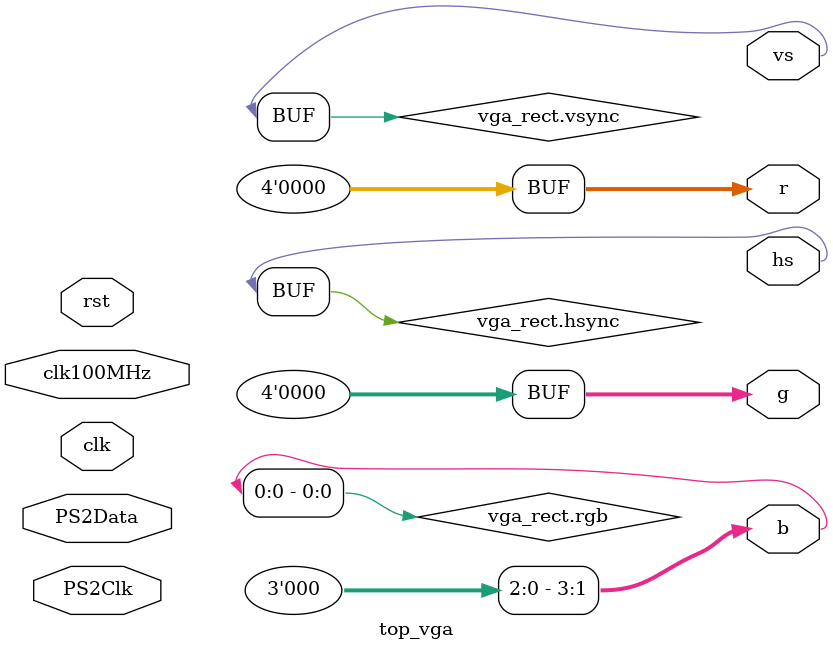
<source format=sv>
/**
 * San Jose State University
 * EE178 Lab #4
 * Author: prof. Eric Crabilla
 *
 * Modified by:
 * 2023  AGH University of Science and Technology
 * MTM UEC2
 * Piotr Kaczmarczyk
 *
 * Description:
 * The project top module.
 */

`timescale 1 ns / 1 ps

module top_vga (
    input  logic clk,
    input  logic clk100MHz, 
    input  logic rst,
    output logic vs,
    output logic hs,
    output logic [3:0] r,
    output logic [3:0] g,
    output logic [3:0] b,
    inout logic PS2Clk,
    inout logic PS2Data
);


/**
 * Local variables and signals
 */

// VGA signals from timing
 vga_if vga_timing();

 // VGA signals from background
 vga_if vga_bg();
 
 // VGA signals from rectangle
 vga_if vga_rect();
 wire rectangle;
 wire RsRx;
 wire [11:0] xpos;
 wire [11:0] ypos;
 wire [11:0] xpos_nxt;
 wire [11:0] ypos_nxt;

/**
 * Signals assignments
 */

 assign vs = vga_rect.vsync;
 assign hs = vga_rect.hsync;
 assign {r,g,b} = vga_rect.rgb;
 

/**
 * Submodules instances
 */

 vga_timing u_vga_timing (
    .clk,
    .rst,
    .vga_out (vga_timing)
);

spawn u_spawn(
    .clk,
    .rectangle(),
    .rst,
    .rx(RsRx)
);

draw_bg u_draw_bg (
    .clk,
    .rst,
    .vga_outbg( vga_bg ),
    .vga_inbg( vga_timing )
);


endmodule

</source>
